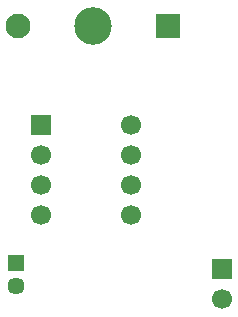
<source format=gbr>
G04 DipTrace 3.2.0.1*
G04 BottomMask.gbr*
%MOMM*%
G04 #@! TF.FileFunction,Soldermask,Bot*
G04 #@! TF.Part,Single*
%ADD29C,3.18*%
%ADD39C,2.1*%
%ADD40C,1.7*%
%ADD41R,2.1X2.1*%
%ADD42R,1.7X1.7*%
%ADD49C,1.45*%
%ADD51R,1.45X1.45*%
%FSLAX35Y35*%
G04*
G71*
G90*
G75*
G01*
G04 BotMask*
%LPD*%
D51*
X-775936Y1046314D3*
D49*
Y846314D3*
D40*
X965069Y734163D3*
D42*
Y988163D3*
D41*
X508000Y3048000D3*
D39*
X-762000D3*
D29*
X-127000D3*
D42*
X-571500Y2212288D3*
D40*
Y1958288D3*
Y1704288D3*
Y1450288D3*
X190500D3*
Y1704288D3*
Y1958288D3*
Y2212288D3*
M02*

</source>
